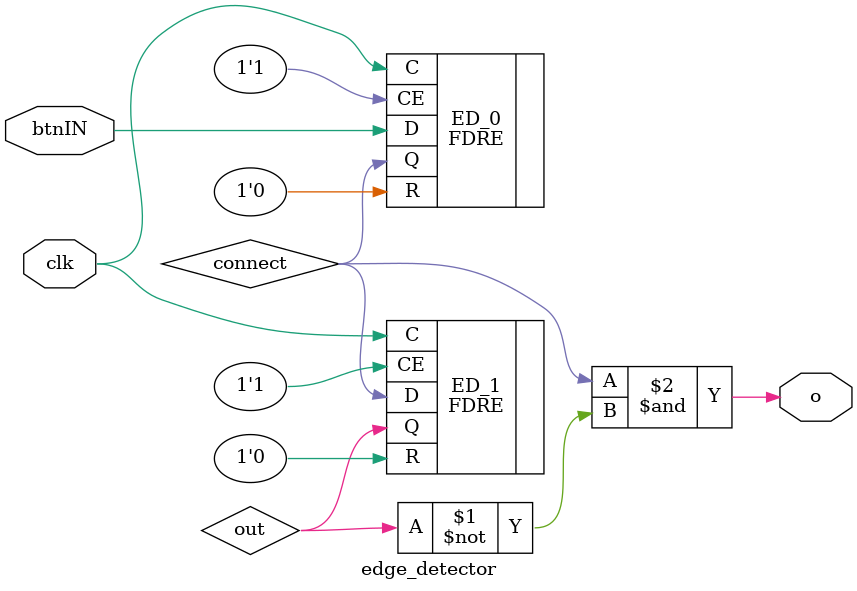
<source format=v>
`timescale 1ns / 1ps


module edge_detector(
    input btnIN,
    input clk,
    output o
    );
    
    //declare intermediary wires to make boolean logic 
    wire connect;
    wire out;
    
    FDRE #(.INIT(1'b0) ) ED_0 (.C(clk), .R(1'b0), .CE(1'b1), .D(btnIN), .Q(connect));
    FDRE #(.INIT(1'b0) ) ED_1 (.C(clk), .R(1'b0), .CE(1'b1), .D(connect), .Q(out));

    //assign final output by performing logic on connect & out
    assign o = connect&(~out);
    
endmodule

</source>
